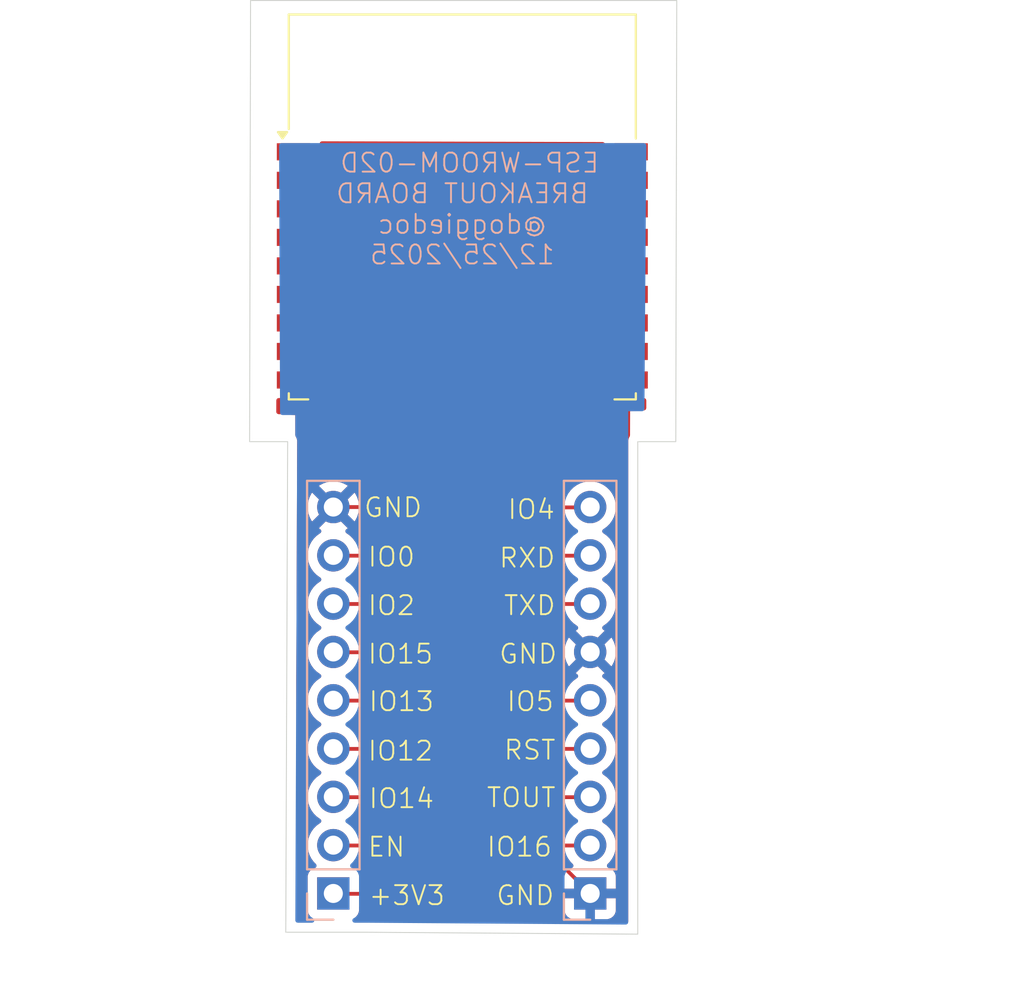
<source format=kicad_pcb>
(kicad_pcb (version 20241229) (generator "pcbnew") (generator_version "9.0")
  (layers (0 "F.Cu" signal) (2 "B.Cu" signal) (13 "F.Paste" user) (15 "B.Paste" user) (5 "F.SilkS" user "F.Silkscreen") (7 "B.SilkS" user "B.Silkscreen") (1 "F.Mask" user) (3 "B.Mask" user) (25 "Edge.Cuts" user))
  (net 0 "")
  (net 1 "GND")
  (net 2 "EN")
  (net 3 "IO14")
  (net 4 "IO12")
  (net 5 "IO13")
  (net 6 "IO15")
  (net 7 "IO2")
  (net 8 "IO0")
  (net 9 "+3V3")
  (net 10 "IO16")
  (net 11 "TOUT")
  (net 12 "RST")
  (net 13 "IO5")
  (net 14 "TXD")
  (net 15 "RXD")
  (net 16 "IO4")
  (footprint "RF_Module:ESP-WROOM-02_MODIFIED" (layer "F.Cu") (at 144.78 95.758)
    (property "Reference" "U1" (hide yes))
    (property "Value" "ESP-WROOM-02D")
    (fp_line (start -9.12 -13.22) (end -9.12 -7.2) (stroke (width 0.12)) (layer "F.SilkS"))
    (fp_line (start -9.12 -13.22) (end 9.12 -13.22) (stroke (width 0.12)) (layer "F.SilkS"))
    (fp_line (start -9.12 6.7) (end -9.12 7.02) (stroke (width 0.12)) (layer "F.SilkS"))
    (fp_line (start -9.12 7.02) (end -8.1 7.02) (stroke (width 0.12)) (layer "F.SilkS"))
    (fp_line (start 8 7.02) (end 9.12 7.02) (stroke (width 0.12)) (layer "F.SilkS"))
    (fp_line (start 9.12 -13.22) (end 9.12 -6.7) (stroke (width 0.12)) (layer "F.SilkS"))
    (fp_line (start 9.12 6.7) (end 9.12 7) (stroke (width 0.12)) (layer "F.SilkS"))
    (fp_poly (pts (xy -9.45 -6.7) (xy -9.69 -7.036) (xy -9.21 -7.036) (xy -9.45 -6.7)) (stroke (width 0.12)) (fill yes) (layer "F.SilkS"))
    (pad "1" smd rect (at -8.875 -6) (size 1.75 0.9) (layers "F.Cu" "F.Mask" "F.Paste") (net 9 "+3V3"))
    (pad "2" smd rect (at -8.875 -4.5) (size 1.75 0.9) (layers "F.Cu" "F.Mask" "F.Paste") (net 2 "EN"))
    (pad "3" smd rect (at -8.875 -3) (size 1.75 0.9) (layers "F.Cu" "F.Mask" "F.Paste") (net 3 "IO14"))
    (pad "4" smd rect (at -8.875 -1.5) (size 1.75 0.9) (layers "F.Cu" "F.Mask" "F.Paste") (net 4 "IO12"))
    (pad "5" smd rect (at -8.875 0) (size 1.75 0.9) (layers "F.Cu" "F.Mask" "F.Paste") (net 5 "IO13"))
    (pad "6" smd rect (at -8.875 1.5) (size 1.75 0.9) (layers "F.Cu" "F.Mask" "F.Paste") (net 6 "IO15"))
    (pad "7" smd rect (at -8.875 3) (size 1.75 0.9) (layers "F.Cu" "F.Mask" "F.Paste") (net 7 "IO2"))
    (pad "8" smd rect (at -8.875 4.5) (size 1.75 0.9) (layers "F.Cu" "F.Mask" "F.Paste") (net 8 "IO0"))
    (pad "9" smd rect (at -8.875 6) (size 1.75 0.9) (layers "F.Cu" "F.Mask" "F.Paste") (net 1 "GND"))
    (pad "10" smd rect (at 8.875 6) (size 1.75 0.9) (layers "F.Cu" "F.Mask" "F.Paste") (net 16 "IO4"))
    (pad "11" smd rect (at 8.875 4.5) (size 1.75 0.9) (layers "F.Cu" "F.Mask" "F.Paste") (net 15 "RXD"))
    (pad "12" smd rect (at 8.875 3) (size 1.75 0.9) (layers "F.Cu" "F.Mask" "F.Paste") (net 14 "TXD"))
    (pad "13" smd rect (at 8.875 1.5) (size 1.75 0.9) (layers "F.Cu" "F.Mask" "F.Paste") (net 1 "GND"))
    (pad "14" smd rect (at 8.875 0) (size 1.75 0.9) (layers "F.Cu" "F.Mask" "F.Paste") (net 13 "IO5"))
    (pad "15" smd rect (at 8.875 -1.5) (size 1.75 0.9) (layers "F.Cu" "F.Mask" "F.Paste") (net 12 "RST"))
    (pad "16" smd rect (at 8.875 -3) (size 1.75 0.9) (layers "F.Cu" "F.Mask" "F.Paste") (net 11 "TOUT"))
    (pad "17" smd rect (at 8.875 -4.5) (size 1.75 0.9) (layers "F.Cu" "F.Mask" "F.Paste") (net 10 "IO16"))
    (pad "18" smd rect (at 8.875 -6) (size 1.75 0.9) (layers "F.Cu" "F.Mask" "F.Paste") (net 1 "GND"))
    (pad "19" smd rect (at 1.1 0.61) (size 4 4) (layers "F.Cu" "F.Mask" "F.Paste") (net 1 "GND"))
  )
  (footprint "Connector_PinHeader_2.54mm:PinHeader_1x09_P2.54mm_Vertical" (layer "B.Cu") (at 138 128.76)
    (property "Reference" "J1" (hide yes))
    (property "Value" "PinHeader_1x09_P2.54mm_Vertical")
    (fp_line (start -1.38 -21.7) (end 1.38 -21.7) (stroke (width 0.12)) (layer "B.SilkS"))
    (fp_line (start -1.38 -1.27) (end -1.38 -21.7) (stroke (width 0.12)) (layer "B.SilkS"))
    (fp_line (start -1.38 -1.27) (end 1.38 -1.27) (stroke (width 0.12)) (layer "B.SilkS"))
    (fp_line (start -1.38 0) (end -1.38 1.38) (stroke (width 0.12)) (layer "B.SilkS"))
    (fp_line (start -1.38 1.38) (end 0 1.38) (stroke (width 0.12)) (layer "B.SilkS"))
    (fp_line (start 1.38 -1.27) (end 1.38 -21.7) (stroke (width 0.12)) (layer "B.SilkS"))
    (pad "1" thru_hole rect (at 0 0) (size 1.7 1.7) (drill 1) (layers "*.Cu" "*.Mask") (net 9 "+3V3"))
    (pad "2" thru_hole circle (at 0 -2.54) (size 1.7 1.7) (drill 1) (layers "*.Cu" "*.Mask") (net 2 "EN"))
    (pad "3" thru_hole circle (at 0 -5.08) (size 1.7 1.7) (drill 1) (layers "*.Cu" "*.Mask") (net 3 "IO14"))
    (pad "4" thru_hole circle (at 0 -7.62) (size 1.7 1.7) (drill 1) (layers "*.Cu" "*.Mask") (net 4 "IO12"))
    (pad "5" thru_hole circle (at 0 -10.16) (size 1.7 1.7) (drill 1) (layers "*.Cu" "*.Mask") (net 5 "IO13"))
    (pad "6" thru_hole circle (at 0 -12.7) (size 1.7 1.7) (drill 1) (layers "*.Cu" "*.Mask") (net 6 "IO15"))
    (pad "7" thru_hole circle (at 0 -15.24) (size 1.7 1.7) (drill 1) (layers "*.Cu" "*.Mask") (net 7 "IO2"))
    (pad "8" thru_hole circle (at 0 -17.78) (size 1.7 1.7) (drill 1) (layers "*.Cu" "*.Mask") (net 8 "IO0"))
    (pad "9" thru_hole circle (at 0 -20.32) (size 1.7 1.7) (drill 1) (layers "*.Cu" "*.Mask") (net 1 "GND"))
  )
  (footprint "Connector_PinHeader_2.54mm:PinHeader_1x09_P2.54mm_Vertical" (layer "B.Cu") (at 151.5 128.76)
    (property "Reference" "J2" (hide yes))
    (property "Value" "PinHeader_1x09_P2.54mm_Vertical")
    (fp_line (start -1.38 -21.7) (end 1.38 -21.7) (stroke (width 0.12)) (layer "B.SilkS"))
    (fp_line (start -1.38 -1.27) (end -1.38 -21.7) (stroke (width 0.12)) (layer "B.SilkS"))
    (fp_line (start -1.38 -1.27) (end 1.38 -1.27) (stroke (width 0.12)) (layer "B.SilkS"))
    (fp_line (start -1.38 0) (end -1.38 1.38) (stroke (width 0.12)) (layer "B.SilkS"))
    (fp_line (start -1.38 1.38) (end 0 1.38) (stroke (width 0.12)) (layer "B.SilkS"))
    (fp_line (start 1.38 -1.27) (end 1.38 -21.7) (stroke (width 0.12)) (layer "B.SilkS"))
    (pad "1" thru_hole rect (at 0 0) (size 1.7 1.7) (drill 1) (layers "*.Cu" "*.Mask") (net 1 "GND"))
    (pad "2" thru_hole circle (at 0 -2.54) (size 1.7 1.7) (drill 1) (layers "*.Cu" "*.Mask") (net 10 "IO16"))
    (pad "3" thru_hole circle (at 0 -5.08) (size 1.7 1.7) (drill 1) (layers "*.Cu" "*.Mask") (net 11 "TOUT"))
    (pad "4" thru_hole circle (at 0 -7.62) (size 1.7 1.7) (drill 1) (layers "*.Cu" "*.Mask") (net 12 "RST"))
    (pad "5" thru_hole circle (at 0 -10.16) (size 1.7 1.7) (drill 1) (layers "*.Cu" "*.Mask") (net 13 "IO5"))
    (pad "6" thru_hole circle (at 0 -12.7) (size 1.7 1.7) (drill 1) (layers "*.Cu" "*.Mask") (net 1 "GND"))
    (pad "7" thru_hole circle (at 0 -15.24) (size 1.7 1.7) (drill 1) (layers "*.Cu" "*.Mask") (net 14 "TXD"))
    (pad "8" thru_hole circle (at 0 -17.78) (size 1.7 1.7) (drill 1) (layers "*.Cu" "*.Mask") (net 15 "RXD"))
    (pad "9" thru_hole circle (at 0 -20.32) (size 1.7 1.7) (drill 1) (layers "*.Cu" "*.Mask") (net 16 "IO4"))
  )
  (gr_poly (pts (xy 133.65 81.8) (xy 133.6 105) (xy 135.6 105) (xy 135.5 130.8) (xy 139.8 130.8) (xy 154 130.9) (xy 154 105) (xy 156 105) (xy 156.05 81.8)) (stroke (width 0.05)) (fill no) (layer "Edge.Cuts"))
  (gr_text "IO0" (at 139.75 111.65 0) (layer "F.SilkS") (effects (font (size 1 1) (thickness 0.1)) (justify left bottom)))
  (gr_text "RXD" (at 146.65 111.7 0) (layer "F.SilkS") (effects (font (size 1 1) (thickness 0.1)) (justify left bottom)))
  (gr_text "IO2" (at 139.75 114.2 0) (layer "F.SilkS") (effects (font (size 1 1) (thickness 0.1)) (justify left bottom)))
  (gr_text "GND" (at 146.65 116.75 0) (layer "F.SilkS") (effects (font (size 1 1) (thickness 0.1)) (justify left bottom)))
  (gr_text "IO15" (at 139.75 116.75 0) (layer "F.SilkS") (effects (font (size 1 1) (thickness 0.1)) (justify left bottom)))
  (gr_text "IO16" (at 146 126.9 0) (layer "F.SilkS") (effects (font (size 1 1) (thickness 0.1)) (justify left bottom)))
  (gr_text "IO13" (at 139.8 119.25 0) (layer "F.SilkS") (effects (font (size 1 1) (thickness 0.1)) (justify left bottom)))
  (gr_text "IO12" (at 139.75 121.85 0) (layer "F.SilkS") (effects (font (size 1 1) (thickness 0.1)) (justify left bottom)))
  (gr_text "TOUT" (at 146 124.3 0) (layer "F.SilkS") (effects (font (size 1 1) (thickness 0.1)) (justify left bottom)))
  (gr_text "GND" (at 139.55 109.05 0) (layer "F.SilkS") (effects (font (size 1 1) (thickness 0.1)) (justify left bottom)))
  (gr_text "TXD" (at 146.9 114.2 0) (layer "F.SilkS") (effects (font (size 1 1) (thickness 0.1)) (justify left bottom)))
  (gr_text "EN" (at 139.75 126.9 0) (layer "F.SilkS") (effects (font (size 1 1) (thickness 0.1)) (justify left bottom)))
  (gr_text "IO5" (at 147.05 119.25 0) (layer "F.SilkS") (effects (font (size 1 1) (thickness 0.1)) (justify left bottom)))
  (gr_text "IO14" (at 139.8 124.35 0) (layer "F.SilkS") (effects (font (size 1 1) (thickness 0.1)) (justify left bottom)))
  (gr_text "RST" (at 146.9 121.8 0) (layer "F.SilkS") (effects (font (size 1 1) (thickness 0.1)) (justify left bottom)))
  (gr_text "GND" (at 146.5 129.45 0) (layer "F.SilkS") (effects (font (size 1 1) (thickness 0.1)) (justify left bottom)))
  (gr_text "IO4" (at 147.1 109.15 0) (layer "F.SilkS") (effects (font (size 1 1) (thickness 0.1)) (justify left bottom)))
  (gr_text "+3V3" (at 139.8 129.45 0) (layer "F.SilkS") (effects (font (size 1 1) (thickness 0.1)) (justify left bottom)))
  (gr_text "ESP-WROOM-02D \nBREAKOUT BOARD\n@doggiedoc\n12/25/2025" (at 144.78 95.758 0) (layer "B.SilkS") (effects (font (size 1 1) (thickness 0.1)) (justify bottom mirror)))
  (segment (start 145.141 122.401) (end 151.5 128.76) (width 0.2) (layer "F.Cu") (net 1))
  (segment (start 139.41 108.44) (end 138 108.44) (width 0.2) (layer "F.Cu") (net 1))
  (segment (start 148.443 98.357) (end 145.141 101.659) (width 0.2) (layer "F.Cu") (net 1))
  (segment (start 145.141 101.659) (end 145.141 122.401) (width 0.2) (layer "F.Cu") (net 1))
  (segment (start 153.53 97.258) (end 153.2451 97.258) (width 0.2) (layer "F.Cu") (net 1))
  (segment (start 140.4 107.45) (end 139.41 108.44) (width 0.2) (layer "F.Cu") (net 1))
  (segment (start 153.53 89.758) (end 153.23 89.758) (width 0.2) (layer "F.Cu") (net 1))
  (segment (start 147.681 102.8221) (end 147.681 112.241) (width 0.2) (layer "F.Cu") (net 1))
  (segment (start 153.23 89.758) (end 148.443 94.545) (width 0.2) (layer "F.Cu") (net 1))
  (segment (start 136.03 101.758) (end 136.302 101.758) (width 0.2) (layer "F.Cu") (net 1))
  (segment (start 148.443 94.545) (end 148.443 98.357) (width 0.2) (layer "F.Cu") (net 1))
  (segment (start 147.681 112.241) (end 151.5 116.06) (width 0.2) (layer "F.Cu") (net 1))
  (segment (start 136.03 101.758) (end 136.03 101.78) (width 0.2) (layer "F.Cu") (net 1))
  (segment (start 153.2451 97.258) (end 147.681 102.8221) (width 0.2) (layer "F.Cu") (net 1))
  (segment (start 153.53 97.258) (end 153.506 97.282) (width 0.2) (layer "F.Cu") (net 1))
  (segment (start 153.506 97.282) (end 153.416 97.282) (width 0.2) (layer "F.Cu") (net 1))
  (segment (start 140.4 106.15) (end 140.4 107.45) (width 0.2) (layer "F.Cu") (net 1))
  (segment (start 136.03 101.78) (end 140.4 106.15) (width 0.2) (layer "F.Cu") (net 1))
  (segment (start 143.002 98.044) (end 143.002 98.806) (width 0.2) (layer "F.Cu") (net 2))
  (segment (start 143.002 98.806) (end 144.018 99.822) (width 0.2) (layer "F.Cu") (net 2))
  (segment (start 136.03 91.258) (end 136.216 91.258) (width 0.2) (layer "F.Cu") (net 2))
  (segment (start 144.018 99.822) (end 144.018 121.666) (width 0.2) (layer "F.Cu") (net 2))
  (segment (start 136.216 91.258) (end 143.002 98.044) (width 0.2) (layer "F.Cu") (net 2))
  (segment (start 144.018 121.666) (end 139.446 126.238) (width 0.2) (layer "F.Cu") (net 2))
  (segment (start 139.446 126.238) (end 137.922 126.238) (width 0.2) (layer "F.Cu") (net 2))
  (segment (start 143.51 119.634) (end 143.51 100.076) (width 0.2) (layer "F.Cu") (net 3))
  (segment (start 142.494 99.06) (end 142.494 98.806) (width 0.2) (layer "F.Cu") (net 3))
  (segment (start 143.51 100.076) (end 142.494 99.06) (width 0.2) (layer "F.Cu") (net 3))
  (segment (start 139.446 123.698) (end 143.51 119.634) (width 0.2) (layer "F.Cu") (net 3))
  (segment (start 136.446 92.758) (end 136.03 92.758) (width 0.2) (layer "F.Cu") (net 3))
  (segment (start 142.494 98.806) (end 136.446 92.758) (width 0.2) (layer "F.Cu") (net 3))
  (segment (start 137.922 123.698) (end 139.446 123.698) (width 0.2) (layer "F.Cu") (net 3))
  (segment (start 136.422 94.258) (end 143.002 100.838) (width 0.2) (layer "F.Cu") (net 4))
  (segment (start 136.03 94.258) (end 136.422 94.258) (width 0.2) (layer "F.Cu") (net 4))
  (segment (start 143.002 117.602) (end 139.446 121.158) (width 0.2) (layer "F.Cu") (net 4))
  (segment (start 139.446 121.158) (end 137.922 121.158) (width 0.2) (layer "F.Cu") (net 4))
  (segment (start 143.002 100.838) (end 143.002 117.602) (width 0.2) (layer "F.Cu") (net 4))
  (segment (start 142.494 115.57) (end 139.446 118.618) (width 0.2) (layer "F.Cu") (net 5))
  (segment (start 142.494 101.854) (end 142.494 115.57) (width 0.2) (layer "F.Cu") (net 5))
  (segment (start 136.398 95.758) (end 142.494 101.854) (width 0.2) (layer "F.Cu") (net 5))
  (segment (start 136.03 95.758) (end 136.398 95.758) (width 0.2) (layer "F.Cu") (net 5))
  (segment (start 139.446 118.618) (end 137.922 118.618) (width 0.2) (layer "F.Cu") (net 5))
  (segment (start 136.03 97.258) (end 136.374 97.258) (width 0.2) (layer "F.Cu") (net 6))
  (segment (start 139.446 116.078) (end 137.922 116.078) (width 0.2) (layer "F.Cu") (net 6))
  (segment (start 141.986 113.538) (end 139.446 116.078) (width 0.2) (layer "F.Cu") (net 6))
  (segment (start 136.374 97.258) (end 141.986 102.87) (width 0.2) (layer "F.Cu") (net 6))
  (segment (start 141.986 102.87) (end 141.986 113.538) (width 0.2) (layer "F.Cu") (net 6))
  (segment (start 136.03 98.758) (end 136.35 98.758) (width 0.2) (layer "F.Cu") (net 7))
  (segment (start 141.478 103.886) (end 141.478 111.506) (width 0.2) (layer "F.Cu") (net 7))
  (segment (start 139.446 113.538) (end 137.922 113.538) (width 0.2) (layer "F.Cu") (net 7))
  (segment (start 141.478 111.506) (end 139.446 113.538) (width 0.2) (layer "F.Cu") (net 7))
  (segment (start 136.35 98.758) (end 141.478 103.886) (width 0.2) (layer "F.Cu") (net 7))
  (segment (start 140.97 104.902) (end 140.97 109.474) (width 0.2) (layer "F.Cu") (net 8))
  (segment (start 136.03 100.258) (end 136.326 100.258) (width 0.2) (layer "F.Cu") (net 8))
  (segment (start 139.446 110.998) (end 137.922 110.998) (width 0.2) (layer "F.Cu") (net 8))
  (segment (start 140.97 109.474) (end 139.446 110.998) (width 0.2) (layer "F.Cu") (net 8))
  (segment (start 136.326 100.258) (end 140.97 104.902) (width 0.2) (layer "F.Cu") (net 8))
  (segment (start 144.526 123.698) (end 144.526 99.568) (width 0.2) (layer "F.Cu") (net 9))
  (segment (start 137.922 128.778) (end 139.446 128.778) (width 0.2) (layer "F.Cu") (net 9))
  (segment (start 139.446 128.778) (end 144.526 123.698) (width 0.2) (layer "F.Cu") (net 9))
  (segment (start 144.526 99.568) (end 143.51 98.552) (width 0.2) (layer "F.Cu") (net 9))
  (segment (start 143.51 97.028) (end 136.24 89.758) (width 0.2) (layer "F.Cu") (net 9))
  (segment (start 136.24 89.758) (end 136.03 89.758) (width 0.2) (layer "F.Cu") (net 9))
  (segment (start 143.51 98.552) (end 143.51 97.028) (width 0.2) (layer "F.Cu") (net 9))
  (segment (start 150.114 126.238) (end 151.638 126.238) (width 0.2) (layer "F.Cu") (net 10))
  (segment (start 148.844 98.806) (end 145.542 102.108) (width 0.2) (layer "F.Cu") (net 10))
  (segment (start 153.344 91.258) (end 148.844 95.758) (width 0.2) (layer "F.Cu") (net 10))
  (segment (start 148.844 95.758) (end 148.844 98.806) (width 0.2) (layer "F.Cu") (net 10))
  (segment (start 145.542 121.666) (end 150.114 126.238) (width 0.2) (layer "F.Cu") (net 10))
  (segment (start 153.53 91.258) (end 153.344 91.258) (width 0.2) (layer "F.Cu") (net 10))
  (segment (start 145.542 102.108) (end 145.542 121.666) (width 0.2) (layer "F.Cu") (net 10))
  (segment (start 146.05 119.634) (end 150.114 123.698) (width 0.2) (layer "F.Cu") (net 11))
  (segment (start 153.53 92.758) (end 153.368 92.758) (width 0.2) (layer "F.Cu") (net 11))
  (segment (start 146.05 102.362) (end 146.05 119.634) (width 0.2) (layer "F.Cu") (net 11))
  (segment (start 150.114 123.698) (end 151.638 123.698) (width 0.2) (layer "F.Cu") (net 11))
  (segment (start 149.352 96.774) (end 149.352 99.06) (width 0.2) (layer "F.Cu") (net 11))
  (segment (start 153.368 92.758) (end 149.352 96.774) (width 0.2) (layer "F.Cu") (net 11))
  (segment (start 149.352 99.06) (end 146.05 102.362) (width 0.2) (layer "F.Cu") (net 11))
  (segment (start 149.86 97.79) (end 149.86 99.314) (width 0.2) (layer "F.Cu") (net 12))
  (segment (start 153.53 94.258) (end 153.392 94.258) (width 0.2) (layer "F.Cu") (net 12))
  (segment (start 149.86 99.314) (end 146.558 102.616) (width 0.2) (layer "F.Cu") (net 12))
  (segment (start 146.558 117.602) (end 150.114 121.158) (width 0.2) (layer "F.Cu") (net 12))
  (segment (start 146.558 102.616) (end 146.558 117.602) (width 0.2) (layer "F.Cu") (net 12))
  (segment (start 153.392 94.258) (end 149.86 97.79) (width 0.2) (layer "F.Cu") (net 12))
  (segment (start 150.114 121.158) (end 151.638 121.158) (width 0.2) (layer "F.Cu") (net 12))
  (segment (start 150.368 98.552) (end 150.368 99.568) (width 0.2) (layer "F.Cu") (net 13))
  (segment (start 153.162 95.758) (end 150.368 98.552) (width 0.2) (layer "F.Cu") (net 13))
  (segment (start 153.53 95.758) (end 153.162 95.758) (width 0.2) (layer "F.Cu") (net 13))
  (segment (start 147.066 115.57) (end 150.114 118.618) (width 0.2) (layer "F.Cu") (net 13))
  (segment (start 147.066 102.87) (end 147.066 115.57) (width 0.2) (layer "F.Cu") (net 13))
  (segment (start 150.368 99.568) (end 147.066 102.87) (width 0.2) (layer "F.Cu") (net 13))
  (segment (start 150.114 118.618) (end 151.638 118.618) (width 0.2) (layer "F.Cu") (net 13))
  (segment (start 148.082 103.886) (end 148.082 111.506) (width 0.2) (layer "F.Cu") (net 14))
  (segment (start 150.114 113.538) (end 151.638 113.538) (width 0.2) (layer "F.Cu") (net 14))
  (segment (start 148.082 111.506) (end 150.114 113.538) (width 0.2) (layer "F.Cu") (net 14))
  (segment (start 153.53 98.758) (end 153.21 98.758) (width 0.2) (layer "F.Cu") (net 14))
  (segment (start 153.21 98.758) (end 148.082 103.886) (width 0.2) (layer "F.Cu") (net 14))
  (segment (start 150.114 110.998) (end 151.638 110.998) (width 0.2) (layer "F.Cu") (net 15))
  (segment (start 153.234 100.258) (end 148.59 104.902) (width 0.2) (layer "F.Cu") (net 15))
  (segment (start 153.53 100.258) (end 153.234 100.258) (width 0.2) (layer "F.Cu") (net 15))
  (segment (start 148.59 109.474) (end 150.114 110.998) (width 0.2) (layer "F.Cu") (net 15))
  (segment (start 148.59 104.902) (end 148.59 109.474) (width 0.2) (layer "F.Cu") (net 15))
  (segment (start 153.53 101.758) (end 153.258 101.758) (width 0.2) (layer "F.Cu") (net 16))
  (segment (start 153.258 101.758) (end 149.098 105.918) (width 0.2) (layer "F.Cu") (net 16))
  (segment (start 149.098 105.918) (end 149.098 107.442) (width 0.2) (layer "F.Cu") (net 16))
  (segment (start 149.098 107.442) (end 150.114 108.458) (width 0.2) (layer "F.Cu") (net 16))
  (segment (start 150.114 108.458) (end 151.638 108.458) (width 0.2) (layer "F.Cu") (net 16))
  (zone (net 1) (net_name "GND") (layer "F.Cu") (priority 1) (connect_pads (clearance 0.5)) (min_thickness 0.25) (fill yes (thermal_gap 0.5) (thermal_bridge_width 0.5))
    (polygon (pts (xy 135.2 89.2) (xy 154.45 89.25) (xy 154.45 103.35) (xy 153.6 103.4) (xy 153.5 130.35) (xy 136.1 130.15) (xy 136 103.6) (xy 135 103.55) (xy 135.05 89.2)))
  )
  (zone (net 1) (net_name "GND") (layer "B.Cu") (connect_pads (clearance 0.5)) (min_thickness 0.25) (fill yes (thermal_gap 0.5) (thermal_bridge_width 0.5))
    (polygon (pts (xy 135.15 89.3) (xy 154.45 89.3) (xy 154.35 103.4) (xy 153.5 103.4) (xy 153.5 130.45) (xy 135.95 130.4) (xy 136 103.6) (xy 135.2 103.6)))
  )
)
</source>
